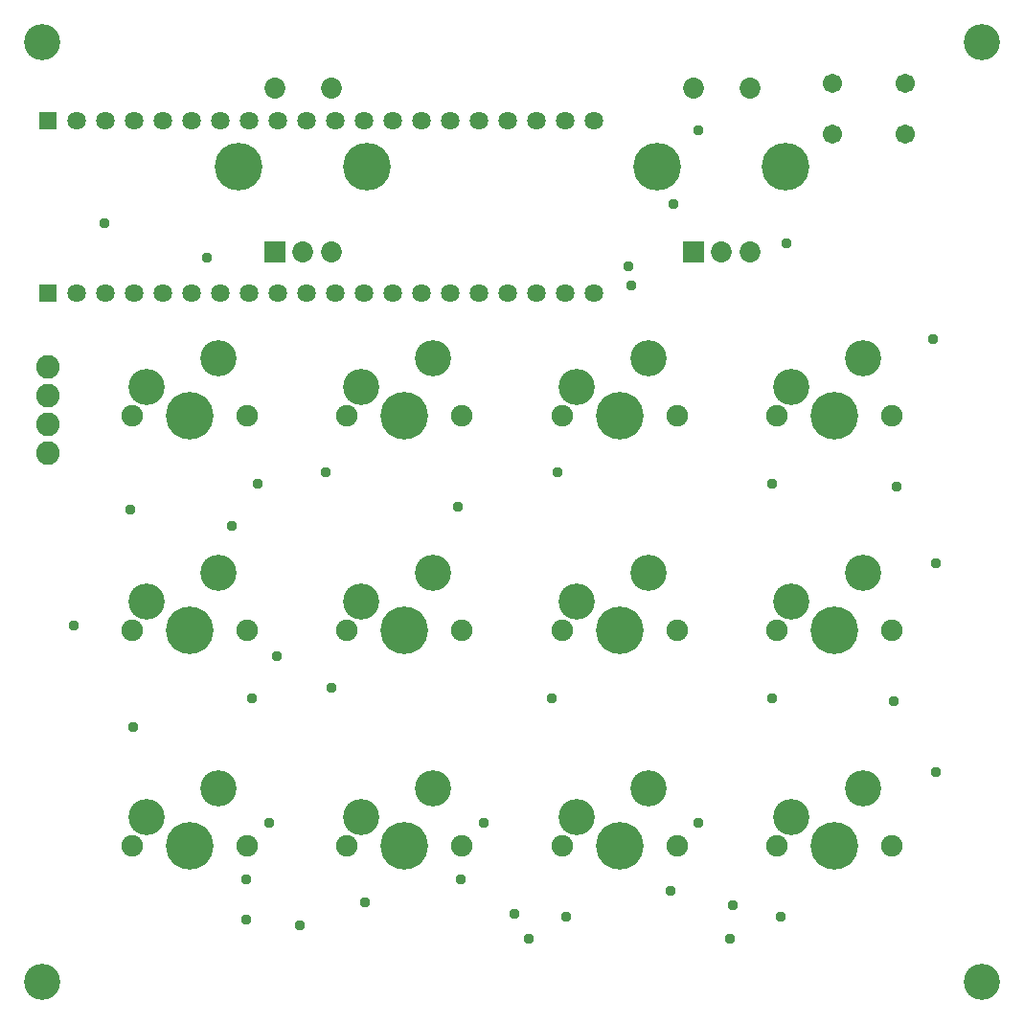
<source format=gbr>
G04 EAGLE Gerber RS-274X export*
G75*
%MOMM*%
%FSLAX34Y34*%
%LPD*%
%INSoldermask Top*%
%IPPOS*%
%AMOC8*
5,1,8,0,0,1.08239X$1,22.5*%
G01*
%ADD10C,3.203200*%
%ADD11C,4.203200*%
%ADD12C,1.903200*%
%ADD13R,1.631200X1.631200*%
%ADD14C,1.631200*%
%ADD15C,1.853200*%
%ADD16R,1.853200X1.853200*%
%ADD17C,4.219200*%
%ADD18C,1.711200*%
%ADD19C,2.082800*%
%ADD20C,0.959600*%


D10*
X30000Y860000D03*
X860000Y860000D03*
X30000Y30000D03*
X860000Y30000D03*
D11*
X160000Y530000D03*
D12*
X109200Y530000D03*
X210800Y530000D03*
D10*
X121900Y555400D03*
X185400Y580800D03*
D11*
X350000Y530000D03*
D12*
X299200Y530000D03*
X400800Y530000D03*
D10*
X311900Y555400D03*
X375400Y580800D03*
D11*
X540000Y530000D03*
D12*
X489200Y530000D03*
X590800Y530000D03*
D10*
X501900Y555400D03*
X565400Y580800D03*
D11*
X730000Y530000D03*
D12*
X679200Y530000D03*
X780800Y530000D03*
D10*
X691900Y555400D03*
X755400Y580800D03*
D11*
X160000Y340000D03*
D12*
X109200Y340000D03*
X210800Y340000D03*
D10*
X121900Y365400D03*
X185400Y390800D03*
D11*
X350000Y340000D03*
D12*
X299200Y340000D03*
X400800Y340000D03*
D10*
X311900Y365400D03*
X375400Y390800D03*
D11*
X540000Y340000D03*
D12*
X489200Y340000D03*
X590800Y340000D03*
D10*
X501900Y365400D03*
X565400Y390800D03*
D11*
X730000Y340000D03*
D12*
X679200Y340000D03*
X780800Y340000D03*
D10*
X691900Y365400D03*
X755400Y390800D03*
D11*
X160000Y150000D03*
D12*
X109200Y150000D03*
X210800Y150000D03*
D10*
X121900Y175400D03*
X185400Y200800D03*
D11*
X350000Y150000D03*
D12*
X299200Y150000D03*
X400800Y150000D03*
D10*
X311900Y175400D03*
X375400Y200800D03*
D11*
X540000Y150000D03*
D12*
X489200Y150000D03*
X590800Y150000D03*
D10*
X501900Y175400D03*
X565400Y200800D03*
D11*
X730000Y150000D03*
D12*
X679200Y150000D03*
X780800Y150000D03*
D10*
X691900Y175400D03*
X755400Y200800D03*
D13*
X34350Y638300D03*
D14*
X59750Y638300D03*
X85500Y638300D03*
X110900Y638300D03*
X136300Y638300D03*
X161700Y638300D03*
X187100Y638300D03*
X212500Y638300D03*
X237900Y638300D03*
X263300Y638300D03*
X288700Y638300D03*
X314100Y638300D03*
X339500Y638300D03*
X364900Y638300D03*
X390300Y638300D03*
X415700Y638300D03*
X441100Y638300D03*
X466500Y638300D03*
X491900Y638300D03*
X517300Y638300D03*
D13*
X34350Y790700D03*
D14*
X59750Y790700D03*
X85500Y790700D03*
X110900Y790700D03*
X136300Y790700D03*
X161700Y790700D03*
X187100Y790700D03*
X212500Y790700D03*
X237900Y790700D03*
X263300Y790700D03*
X288700Y790700D03*
X314100Y790700D03*
X339500Y790700D03*
X364900Y790700D03*
X390300Y790700D03*
X415700Y790700D03*
X441100Y790700D03*
X466500Y790700D03*
X491900Y790700D03*
X517300Y790700D03*
D15*
X235000Y820000D03*
X285000Y820000D03*
D16*
X235000Y675000D03*
D15*
X260000Y675000D03*
X285000Y675000D03*
D17*
X203000Y750000D03*
X317000Y750000D03*
D15*
X605000Y820000D03*
X655000Y820000D03*
D16*
X605000Y675000D03*
D15*
X630000Y675000D03*
X655000Y675000D03*
D17*
X573000Y750000D03*
X687000Y750000D03*
D18*
X792900Y778900D03*
X727900Y778900D03*
X792900Y823900D03*
X727900Y823900D03*
D19*
X35100Y496700D03*
X35100Y522100D03*
X35100Y547500D03*
X35100Y572900D03*
D20*
X210000Y85000D03*
X220000Y470000D03*
X215000Y280000D03*
X315000Y100000D03*
X280000Y480000D03*
X285000Y290000D03*
X492500Y87500D03*
X480000Y280000D03*
X485000Y480000D03*
X682500Y87500D03*
X675000Y280000D03*
X675000Y470000D03*
X197500Y432500D03*
X210000Y120000D03*
X230000Y170000D03*
X400000Y120000D03*
X420000Y170000D03*
X585000Y110000D03*
X610000Y170000D03*
X237500Y317500D03*
X587500Y717500D03*
X610000Y782500D03*
X550000Y645000D03*
X547500Y662500D03*
X687500Y682500D03*
X785000Y467500D03*
X817500Y597500D03*
X782500Y277500D03*
X820000Y400000D03*
X57500Y345000D03*
X110000Y255000D03*
X85000Y700000D03*
X107500Y447500D03*
X175000Y670000D03*
X397500Y450000D03*
X257500Y80000D03*
X460000Y67500D03*
X447500Y90000D03*
X637500Y67500D03*
X640000Y97500D03*
X820000Y215000D03*
M02*

</source>
